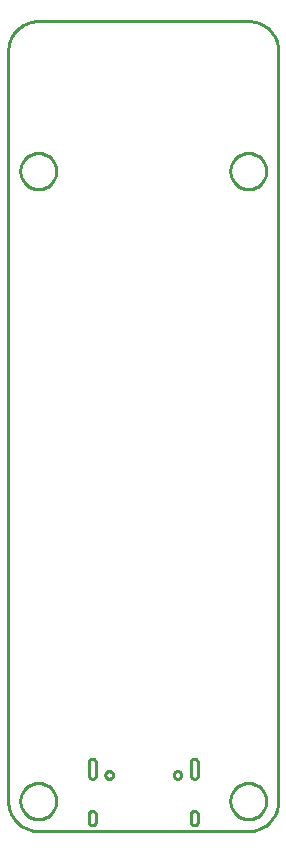
<source format=gko>
G04 EAGLE Gerber RS-274X export*
G75*
%MOMM*%
%FSLAX34Y34*%
%LPD*%
%IN*%
%IPPOS*%
%AMOC8*
5,1,8,0,0,1.08239X$1,22.5*%
G01*
%ADD10C,0.203200*%
%ADD11C,0.000000*%
%ADD12C,0.010000*%
%ADD13C,0.254000*%


D10*
X25400Y685800D02*
X24786Y685793D01*
X24173Y685770D01*
X23560Y685733D01*
X22949Y685681D01*
X22338Y685615D01*
X21730Y685533D01*
X21124Y685437D01*
X20520Y685327D01*
X19919Y685202D01*
X19321Y685062D01*
X18727Y684908D01*
X18137Y684739D01*
X17551Y684557D01*
X16970Y684360D01*
X16393Y684149D01*
X15822Y683925D01*
X15256Y683687D01*
X14696Y683435D01*
X14143Y683169D01*
X13596Y682891D01*
X13056Y682599D01*
X12523Y682294D01*
X11998Y681976D01*
X11480Y681646D01*
X10971Y681304D01*
X10470Y680949D01*
X9978Y680582D01*
X9495Y680204D01*
X9021Y679814D01*
X8557Y679412D01*
X8102Y679000D01*
X7658Y678576D01*
X7224Y678142D01*
X6800Y677698D01*
X6388Y677243D01*
X5986Y676779D01*
X5596Y676305D01*
X5218Y675822D01*
X4851Y675330D01*
X4496Y674829D01*
X4154Y674320D01*
X3824Y673802D01*
X3506Y673277D01*
X3201Y672744D01*
X2909Y672204D01*
X2631Y671657D01*
X2365Y671104D01*
X2113Y670544D01*
X1875Y669978D01*
X1651Y669407D01*
X1440Y668830D01*
X1243Y668249D01*
X1061Y667663D01*
X892Y667073D01*
X738Y666479D01*
X598Y665881D01*
X473Y665280D01*
X363Y664676D01*
X267Y664070D01*
X185Y663462D01*
X119Y662851D01*
X67Y662240D01*
X30Y661627D01*
X7Y661014D01*
X0Y660400D01*
X25400Y685800D02*
X203200Y685800D01*
X203814Y685793D01*
X204427Y685770D01*
X205040Y685733D01*
X205651Y685681D01*
X206262Y685615D01*
X206870Y685533D01*
X207476Y685437D01*
X208080Y685327D01*
X208681Y685202D01*
X209279Y685062D01*
X209873Y684908D01*
X210463Y684739D01*
X211049Y684557D01*
X211630Y684360D01*
X212207Y684149D01*
X212778Y683925D01*
X213344Y683687D01*
X213904Y683435D01*
X214457Y683169D01*
X215004Y682891D01*
X215544Y682599D01*
X216077Y682294D01*
X216602Y681976D01*
X217120Y681646D01*
X217629Y681304D01*
X218130Y680949D01*
X218622Y680582D01*
X219105Y680204D01*
X219579Y679814D01*
X220043Y679412D01*
X220498Y679000D01*
X220942Y678576D01*
X221376Y678142D01*
X221800Y677698D01*
X222212Y677243D01*
X222614Y676779D01*
X223004Y676305D01*
X223382Y675822D01*
X223749Y675330D01*
X224104Y674829D01*
X224446Y674320D01*
X224776Y673802D01*
X225094Y673277D01*
X225399Y672744D01*
X225691Y672204D01*
X225969Y671657D01*
X226235Y671104D01*
X226487Y670544D01*
X226725Y669978D01*
X226949Y669407D01*
X227160Y668830D01*
X227357Y668249D01*
X227539Y667663D01*
X227708Y667073D01*
X227862Y666479D01*
X228002Y665881D01*
X228127Y665280D01*
X228237Y664676D01*
X228333Y664070D01*
X228415Y663462D01*
X228481Y662851D01*
X228533Y662240D01*
X228570Y661627D01*
X228593Y661014D01*
X228600Y660400D01*
X228600Y25400D01*
X228593Y24786D01*
X228570Y24173D01*
X228533Y23560D01*
X228481Y22949D01*
X228415Y22338D01*
X228333Y21730D01*
X228237Y21124D01*
X228127Y20520D01*
X228002Y19919D01*
X227862Y19321D01*
X227708Y18727D01*
X227539Y18137D01*
X227357Y17551D01*
X227160Y16970D01*
X226949Y16393D01*
X226725Y15822D01*
X226487Y15256D01*
X226235Y14696D01*
X225969Y14143D01*
X225691Y13596D01*
X225399Y13056D01*
X225094Y12523D01*
X224776Y11998D01*
X224446Y11480D01*
X224104Y10971D01*
X223749Y10470D01*
X223382Y9978D01*
X223004Y9495D01*
X222614Y9021D01*
X222212Y8557D01*
X221800Y8102D01*
X221376Y7658D01*
X220942Y7224D01*
X220498Y6800D01*
X220043Y6388D01*
X219579Y5986D01*
X219105Y5596D01*
X218622Y5218D01*
X218130Y4851D01*
X217629Y4496D01*
X217120Y4154D01*
X216602Y3824D01*
X216077Y3506D01*
X215544Y3201D01*
X215004Y2909D01*
X214457Y2631D01*
X213904Y2365D01*
X213344Y2113D01*
X212778Y1875D01*
X212207Y1651D01*
X211630Y1440D01*
X211049Y1243D01*
X210463Y1061D01*
X209873Y892D01*
X209279Y738D01*
X208681Y598D01*
X208080Y473D01*
X207476Y363D01*
X206870Y267D01*
X206262Y185D01*
X205651Y119D01*
X205040Y67D01*
X204427Y30D01*
X203814Y7D01*
X203200Y0D01*
X25400Y0D01*
X24786Y7D01*
X24173Y30D01*
X23560Y67D01*
X22949Y119D01*
X22338Y185D01*
X21730Y267D01*
X21124Y363D01*
X20520Y473D01*
X19919Y598D01*
X19321Y738D01*
X18727Y892D01*
X18137Y1061D01*
X17551Y1243D01*
X16970Y1440D01*
X16393Y1651D01*
X15822Y1875D01*
X15256Y2113D01*
X14696Y2365D01*
X14143Y2631D01*
X13596Y2909D01*
X13056Y3201D01*
X12523Y3506D01*
X11998Y3824D01*
X11480Y4154D01*
X10971Y4496D01*
X10470Y4851D01*
X9978Y5218D01*
X9495Y5596D01*
X9021Y5986D01*
X8557Y6388D01*
X8102Y6800D01*
X7658Y7224D01*
X7224Y7658D01*
X6800Y8102D01*
X6388Y8557D01*
X5986Y9021D01*
X5596Y9495D01*
X5218Y9978D01*
X4851Y10470D01*
X4496Y10971D01*
X4154Y11480D01*
X3824Y11998D01*
X3506Y12523D01*
X3201Y13056D01*
X2909Y13596D01*
X2631Y14143D01*
X2365Y14696D01*
X2113Y15256D01*
X1875Y15822D01*
X1651Y16393D01*
X1440Y16970D01*
X1243Y17551D01*
X1061Y18137D01*
X892Y18727D01*
X738Y19321D01*
X598Y19919D01*
X473Y20520D01*
X363Y21124D01*
X267Y21730D01*
X185Y22338D01*
X119Y22949D01*
X67Y23560D01*
X30Y24173D01*
X7Y24786D01*
X0Y25400D01*
X0Y660400D01*
D11*
X82150Y47526D02*
X82152Y47639D01*
X82158Y47753D01*
X82168Y47866D01*
X82182Y47978D01*
X82199Y48090D01*
X82221Y48202D01*
X82247Y48312D01*
X82276Y48422D01*
X82309Y48530D01*
X82346Y48638D01*
X82387Y48743D01*
X82431Y48848D01*
X82479Y48951D01*
X82530Y49052D01*
X82585Y49151D01*
X82644Y49248D01*
X82706Y49343D01*
X82771Y49436D01*
X82839Y49527D01*
X82910Y49615D01*
X82985Y49701D01*
X83062Y49784D01*
X83142Y49864D01*
X83225Y49941D01*
X83311Y50016D01*
X83399Y50087D01*
X83490Y50155D01*
X83583Y50220D01*
X83678Y50282D01*
X83775Y50341D01*
X83874Y50396D01*
X83975Y50447D01*
X84078Y50495D01*
X84183Y50539D01*
X84288Y50580D01*
X84396Y50617D01*
X84504Y50650D01*
X84614Y50679D01*
X84724Y50705D01*
X84836Y50727D01*
X84948Y50744D01*
X85060Y50758D01*
X85173Y50768D01*
X85287Y50774D01*
X85400Y50776D01*
X85513Y50774D01*
X85627Y50768D01*
X85740Y50758D01*
X85852Y50744D01*
X85964Y50727D01*
X86076Y50705D01*
X86186Y50679D01*
X86296Y50650D01*
X86404Y50617D01*
X86512Y50580D01*
X86617Y50539D01*
X86722Y50495D01*
X86825Y50447D01*
X86926Y50396D01*
X87025Y50341D01*
X87122Y50282D01*
X87217Y50220D01*
X87310Y50155D01*
X87401Y50087D01*
X87489Y50016D01*
X87575Y49941D01*
X87658Y49864D01*
X87738Y49784D01*
X87815Y49701D01*
X87890Y49615D01*
X87961Y49527D01*
X88029Y49436D01*
X88094Y49343D01*
X88156Y49248D01*
X88215Y49151D01*
X88270Y49052D01*
X88321Y48951D01*
X88369Y48848D01*
X88413Y48743D01*
X88454Y48638D01*
X88491Y48530D01*
X88524Y48422D01*
X88553Y48312D01*
X88579Y48202D01*
X88601Y48090D01*
X88618Y47978D01*
X88632Y47866D01*
X88642Y47753D01*
X88648Y47639D01*
X88650Y47526D01*
X88648Y47413D01*
X88642Y47299D01*
X88632Y47186D01*
X88618Y47074D01*
X88601Y46962D01*
X88579Y46850D01*
X88553Y46740D01*
X88524Y46630D01*
X88491Y46522D01*
X88454Y46414D01*
X88413Y46309D01*
X88369Y46204D01*
X88321Y46101D01*
X88270Y46000D01*
X88215Y45901D01*
X88156Y45804D01*
X88094Y45709D01*
X88029Y45616D01*
X87961Y45525D01*
X87890Y45437D01*
X87815Y45351D01*
X87738Y45268D01*
X87658Y45188D01*
X87575Y45111D01*
X87489Y45036D01*
X87401Y44965D01*
X87310Y44897D01*
X87217Y44832D01*
X87122Y44770D01*
X87025Y44711D01*
X86926Y44656D01*
X86825Y44605D01*
X86722Y44557D01*
X86617Y44513D01*
X86512Y44472D01*
X86404Y44435D01*
X86296Y44402D01*
X86186Y44373D01*
X86076Y44347D01*
X85964Y44325D01*
X85852Y44308D01*
X85740Y44294D01*
X85627Y44284D01*
X85513Y44278D01*
X85400Y44276D01*
X85287Y44278D01*
X85173Y44284D01*
X85060Y44294D01*
X84948Y44308D01*
X84836Y44325D01*
X84724Y44347D01*
X84614Y44373D01*
X84504Y44402D01*
X84396Y44435D01*
X84288Y44472D01*
X84183Y44513D01*
X84078Y44557D01*
X83975Y44605D01*
X83874Y44656D01*
X83775Y44711D01*
X83678Y44770D01*
X83583Y44832D01*
X83490Y44897D01*
X83399Y44965D01*
X83311Y45036D01*
X83225Y45111D01*
X83142Y45188D01*
X83062Y45268D01*
X82985Y45351D01*
X82910Y45437D01*
X82839Y45525D01*
X82771Y45616D01*
X82706Y45709D01*
X82644Y45804D01*
X82585Y45901D01*
X82530Y46000D01*
X82479Y46101D01*
X82431Y46204D01*
X82387Y46309D01*
X82346Y46414D01*
X82309Y46522D01*
X82276Y46630D01*
X82247Y46740D01*
X82221Y46850D01*
X82199Y46962D01*
X82182Y47074D01*
X82168Y47186D01*
X82158Y47299D01*
X82152Y47413D01*
X82150Y47526D01*
X139950Y47526D02*
X139952Y47639D01*
X139958Y47753D01*
X139968Y47866D01*
X139982Y47978D01*
X139999Y48090D01*
X140021Y48202D01*
X140047Y48312D01*
X140076Y48422D01*
X140109Y48530D01*
X140146Y48638D01*
X140187Y48743D01*
X140231Y48848D01*
X140279Y48951D01*
X140330Y49052D01*
X140385Y49151D01*
X140444Y49248D01*
X140506Y49343D01*
X140571Y49436D01*
X140639Y49527D01*
X140710Y49615D01*
X140785Y49701D01*
X140862Y49784D01*
X140942Y49864D01*
X141025Y49941D01*
X141111Y50016D01*
X141199Y50087D01*
X141290Y50155D01*
X141383Y50220D01*
X141478Y50282D01*
X141575Y50341D01*
X141674Y50396D01*
X141775Y50447D01*
X141878Y50495D01*
X141983Y50539D01*
X142088Y50580D01*
X142196Y50617D01*
X142304Y50650D01*
X142414Y50679D01*
X142524Y50705D01*
X142636Y50727D01*
X142748Y50744D01*
X142860Y50758D01*
X142973Y50768D01*
X143087Y50774D01*
X143200Y50776D01*
X143313Y50774D01*
X143427Y50768D01*
X143540Y50758D01*
X143652Y50744D01*
X143764Y50727D01*
X143876Y50705D01*
X143986Y50679D01*
X144096Y50650D01*
X144204Y50617D01*
X144312Y50580D01*
X144417Y50539D01*
X144522Y50495D01*
X144625Y50447D01*
X144726Y50396D01*
X144825Y50341D01*
X144922Y50282D01*
X145017Y50220D01*
X145110Y50155D01*
X145201Y50087D01*
X145289Y50016D01*
X145375Y49941D01*
X145458Y49864D01*
X145538Y49784D01*
X145615Y49701D01*
X145690Y49615D01*
X145761Y49527D01*
X145829Y49436D01*
X145894Y49343D01*
X145956Y49248D01*
X146015Y49151D01*
X146070Y49052D01*
X146121Y48951D01*
X146169Y48848D01*
X146213Y48743D01*
X146254Y48638D01*
X146291Y48530D01*
X146324Y48422D01*
X146353Y48312D01*
X146379Y48202D01*
X146401Y48090D01*
X146418Y47978D01*
X146432Y47866D01*
X146442Y47753D01*
X146448Y47639D01*
X146450Y47526D01*
X146448Y47413D01*
X146442Y47299D01*
X146432Y47186D01*
X146418Y47074D01*
X146401Y46962D01*
X146379Y46850D01*
X146353Y46740D01*
X146324Y46630D01*
X146291Y46522D01*
X146254Y46414D01*
X146213Y46309D01*
X146169Y46204D01*
X146121Y46101D01*
X146070Y46000D01*
X146015Y45901D01*
X145956Y45804D01*
X145894Y45709D01*
X145829Y45616D01*
X145761Y45525D01*
X145690Y45437D01*
X145615Y45351D01*
X145538Y45268D01*
X145458Y45188D01*
X145375Y45111D01*
X145289Y45036D01*
X145201Y44965D01*
X145110Y44897D01*
X145017Y44832D01*
X144922Y44770D01*
X144825Y44711D01*
X144726Y44656D01*
X144625Y44605D01*
X144522Y44557D01*
X144417Y44513D01*
X144312Y44472D01*
X144204Y44435D01*
X144096Y44402D01*
X143986Y44373D01*
X143876Y44347D01*
X143764Y44325D01*
X143652Y44308D01*
X143540Y44294D01*
X143427Y44284D01*
X143313Y44278D01*
X143200Y44276D01*
X143087Y44278D01*
X142973Y44284D01*
X142860Y44294D01*
X142748Y44308D01*
X142636Y44325D01*
X142524Y44347D01*
X142414Y44373D01*
X142304Y44402D01*
X142196Y44435D01*
X142088Y44472D01*
X141983Y44513D01*
X141878Y44557D01*
X141775Y44605D01*
X141674Y44656D01*
X141575Y44711D01*
X141478Y44770D01*
X141383Y44832D01*
X141290Y44897D01*
X141199Y44965D01*
X141111Y45036D01*
X141025Y45111D01*
X140942Y45188D01*
X140862Y45268D01*
X140785Y45351D01*
X140710Y45437D01*
X140639Y45525D01*
X140571Y45616D01*
X140506Y45709D01*
X140444Y45804D01*
X140385Y45901D01*
X140330Y46000D01*
X140279Y46101D01*
X140231Y46204D01*
X140187Y46309D01*
X140146Y46414D01*
X140109Y46522D01*
X140076Y46630D01*
X140047Y46740D01*
X140021Y46850D01*
X139999Y46962D01*
X139982Y47074D01*
X139968Y47186D01*
X139958Y47299D01*
X139952Y47413D01*
X139950Y47526D01*
D12*
X68100Y14176D02*
X68100Y7976D01*
X74100Y7976D02*
X74100Y14176D01*
X74098Y14284D01*
X74092Y14392D01*
X74082Y14500D01*
X74069Y14608D01*
X74051Y14715D01*
X74030Y14821D01*
X74005Y14926D01*
X73976Y15031D01*
X73943Y15134D01*
X73907Y15236D01*
X73866Y15337D01*
X73823Y15436D01*
X73775Y15533D01*
X73725Y15629D01*
X73671Y15723D01*
X73613Y15814D01*
X73552Y15904D01*
X73488Y15992D01*
X73421Y16077D01*
X73351Y16159D01*
X73278Y16239D01*
X73202Y16316D01*
X73123Y16391D01*
X73042Y16462D01*
X72958Y16531D01*
X72872Y16597D01*
X72784Y16659D01*
X72693Y16718D01*
X72600Y16774D01*
X72505Y16827D01*
X72409Y16876D01*
X72310Y16921D01*
X72210Y16963D01*
X72109Y17001D01*
X72006Y17036D01*
X71903Y17067D01*
X71798Y17094D01*
X71692Y17117D01*
X71585Y17136D01*
X71478Y17152D01*
X71370Y17164D01*
X71262Y17172D01*
X71154Y17176D01*
X71046Y17176D01*
X70938Y17172D01*
X70830Y17164D01*
X70722Y17152D01*
X70615Y17136D01*
X70508Y17117D01*
X70402Y17094D01*
X70297Y17067D01*
X70194Y17036D01*
X70091Y17001D01*
X69990Y16963D01*
X69890Y16921D01*
X69791Y16876D01*
X69695Y16827D01*
X69600Y16774D01*
X69507Y16718D01*
X69416Y16659D01*
X69328Y16597D01*
X69242Y16531D01*
X69158Y16462D01*
X69077Y16391D01*
X68998Y16316D01*
X68922Y16239D01*
X68849Y16159D01*
X68779Y16077D01*
X68712Y15992D01*
X68648Y15904D01*
X68587Y15814D01*
X68529Y15723D01*
X68475Y15629D01*
X68425Y15533D01*
X68377Y15436D01*
X68334Y15337D01*
X68293Y15236D01*
X68257Y15134D01*
X68224Y15031D01*
X68195Y14926D01*
X68170Y14821D01*
X68149Y14715D01*
X68131Y14608D01*
X68118Y14500D01*
X68108Y14392D01*
X68102Y14284D01*
X68100Y14176D01*
X68100Y7976D02*
X68102Y7868D01*
X68108Y7760D01*
X68118Y7652D01*
X68131Y7544D01*
X68149Y7437D01*
X68170Y7331D01*
X68195Y7226D01*
X68224Y7121D01*
X68257Y7018D01*
X68293Y6916D01*
X68334Y6815D01*
X68377Y6716D01*
X68425Y6619D01*
X68475Y6523D01*
X68529Y6429D01*
X68587Y6338D01*
X68648Y6248D01*
X68712Y6160D01*
X68779Y6075D01*
X68849Y5993D01*
X68922Y5913D01*
X68998Y5836D01*
X69077Y5761D01*
X69158Y5690D01*
X69242Y5621D01*
X69328Y5555D01*
X69416Y5493D01*
X69507Y5434D01*
X69600Y5378D01*
X69695Y5325D01*
X69791Y5276D01*
X69890Y5231D01*
X69990Y5189D01*
X70091Y5151D01*
X70194Y5116D01*
X70297Y5085D01*
X70402Y5058D01*
X70508Y5035D01*
X70615Y5016D01*
X70722Y5000D01*
X70830Y4988D01*
X70938Y4980D01*
X71046Y4976D01*
X71154Y4976D01*
X71262Y4980D01*
X71370Y4988D01*
X71478Y5000D01*
X71585Y5016D01*
X71692Y5035D01*
X71798Y5058D01*
X71903Y5085D01*
X72006Y5116D01*
X72109Y5151D01*
X72210Y5189D01*
X72310Y5231D01*
X72409Y5276D01*
X72505Y5325D01*
X72600Y5378D01*
X72693Y5434D01*
X72784Y5493D01*
X72872Y5555D01*
X72958Y5621D01*
X73042Y5690D01*
X73123Y5761D01*
X73202Y5836D01*
X73278Y5913D01*
X73351Y5993D01*
X73421Y6075D01*
X73488Y6160D01*
X73552Y6248D01*
X73613Y6338D01*
X73671Y6429D01*
X73725Y6523D01*
X73775Y6619D01*
X73823Y6716D01*
X73866Y6815D01*
X73907Y6916D01*
X73943Y7018D01*
X73976Y7121D01*
X74005Y7226D01*
X74030Y7331D01*
X74051Y7437D01*
X74069Y7544D01*
X74082Y7652D01*
X74092Y7760D01*
X74098Y7868D01*
X74100Y7976D01*
X68100Y47326D02*
X68100Y58326D01*
X74100Y58326D02*
X74100Y47326D01*
X74098Y47218D01*
X74092Y47110D01*
X74082Y47002D01*
X74069Y46894D01*
X74051Y46787D01*
X74030Y46681D01*
X74005Y46576D01*
X73976Y46471D01*
X73943Y46368D01*
X73907Y46266D01*
X73866Y46165D01*
X73823Y46066D01*
X73775Y45969D01*
X73725Y45873D01*
X73671Y45779D01*
X73613Y45688D01*
X73552Y45598D01*
X73488Y45510D01*
X73421Y45425D01*
X73351Y45343D01*
X73278Y45263D01*
X73202Y45186D01*
X73123Y45111D01*
X73042Y45040D01*
X72958Y44971D01*
X72872Y44905D01*
X72784Y44843D01*
X72693Y44784D01*
X72600Y44728D01*
X72505Y44675D01*
X72409Y44626D01*
X72310Y44581D01*
X72210Y44539D01*
X72109Y44501D01*
X72006Y44466D01*
X71903Y44435D01*
X71798Y44408D01*
X71692Y44385D01*
X71585Y44366D01*
X71478Y44350D01*
X71370Y44338D01*
X71262Y44330D01*
X71154Y44326D01*
X71046Y44326D01*
X70938Y44330D01*
X70830Y44338D01*
X70722Y44350D01*
X70615Y44366D01*
X70508Y44385D01*
X70402Y44408D01*
X70297Y44435D01*
X70194Y44466D01*
X70091Y44501D01*
X69990Y44539D01*
X69890Y44581D01*
X69791Y44626D01*
X69695Y44675D01*
X69600Y44728D01*
X69507Y44784D01*
X69416Y44843D01*
X69328Y44905D01*
X69242Y44971D01*
X69158Y45040D01*
X69077Y45111D01*
X68998Y45186D01*
X68922Y45263D01*
X68849Y45343D01*
X68779Y45425D01*
X68712Y45510D01*
X68648Y45598D01*
X68587Y45688D01*
X68529Y45779D01*
X68475Y45873D01*
X68425Y45969D01*
X68377Y46066D01*
X68334Y46165D01*
X68293Y46266D01*
X68257Y46368D01*
X68224Y46471D01*
X68195Y46576D01*
X68170Y46681D01*
X68149Y46787D01*
X68131Y46894D01*
X68118Y47002D01*
X68108Y47110D01*
X68102Y47218D01*
X68100Y47326D01*
X68100Y58326D02*
X68102Y58434D01*
X68108Y58542D01*
X68118Y58650D01*
X68131Y58758D01*
X68149Y58865D01*
X68170Y58971D01*
X68195Y59076D01*
X68224Y59181D01*
X68257Y59284D01*
X68293Y59386D01*
X68334Y59487D01*
X68377Y59586D01*
X68425Y59683D01*
X68475Y59779D01*
X68529Y59873D01*
X68587Y59964D01*
X68648Y60054D01*
X68712Y60142D01*
X68779Y60227D01*
X68849Y60309D01*
X68922Y60389D01*
X68998Y60466D01*
X69077Y60541D01*
X69158Y60612D01*
X69242Y60681D01*
X69328Y60747D01*
X69416Y60809D01*
X69507Y60868D01*
X69600Y60924D01*
X69695Y60977D01*
X69791Y61026D01*
X69890Y61071D01*
X69990Y61113D01*
X70091Y61151D01*
X70194Y61186D01*
X70297Y61217D01*
X70402Y61244D01*
X70508Y61267D01*
X70615Y61286D01*
X70722Y61302D01*
X70830Y61314D01*
X70938Y61322D01*
X71046Y61326D01*
X71154Y61326D01*
X71262Y61322D01*
X71370Y61314D01*
X71478Y61302D01*
X71585Y61286D01*
X71692Y61267D01*
X71798Y61244D01*
X71903Y61217D01*
X72006Y61186D01*
X72109Y61151D01*
X72210Y61113D01*
X72310Y61071D01*
X72409Y61026D01*
X72505Y60977D01*
X72600Y60924D01*
X72693Y60868D01*
X72784Y60809D01*
X72872Y60747D01*
X72958Y60681D01*
X73042Y60612D01*
X73123Y60541D01*
X73202Y60466D01*
X73278Y60389D01*
X73351Y60309D01*
X73421Y60227D01*
X73488Y60142D01*
X73552Y60054D01*
X73613Y59964D01*
X73671Y59873D01*
X73725Y59779D01*
X73775Y59683D01*
X73823Y59586D01*
X73866Y59487D01*
X73907Y59386D01*
X73943Y59284D01*
X73976Y59181D01*
X74005Y59076D01*
X74030Y58971D01*
X74051Y58865D01*
X74069Y58758D01*
X74082Y58650D01*
X74092Y58542D01*
X74098Y58434D01*
X74100Y58326D01*
X154500Y14176D02*
X154500Y7976D01*
X160500Y7976D02*
X160500Y14176D01*
X160498Y14284D01*
X160492Y14392D01*
X160482Y14500D01*
X160469Y14608D01*
X160451Y14715D01*
X160430Y14821D01*
X160405Y14926D01*
X160376Y15031D01*
X160343Y15134D01*
X160307Y15236D01*
X160266Y15337D01*
X160223Y15436D01*
X160175Y15533D01*
X160125Y15629D01*
X160071Y15723D01*
X160013Y15814D01*
X159952Y15904D01*
X159888Y15992D01*
X159821Y16077D01*
X159751Y16159D01*
X159678Y16239D01*
X159602Y16316D01*
X159523Y16391D01*
X159442Y16462D01*
X159358Y16531D01*
X159272Y16597D01*
X159184Y16659D01*
X159093Y16718D01*
X159000Y16774D01*
X158905Y16827D01*
X158809Y16876D01*
X158710Y16921D01*
X158610Y16963D01*
X158509Y17001D01*
X158406Y17036D01*
X158303Y17067D01*
X158198Y17094D01*
X158092Y17117D01*
X157985Y17136D01*
X157878Y17152D01*
X157770Y17164D01*
X157662Y17172D01*
X157554Y17176D01*
X157446Y17176D01*
X157338Y17172D01*
X157230Y17164D01*
X157122Y17152D01*
X157015Y17136D01*
X156908Y17117D01*
X156802Y17094D01*
X156697Y17067D01*
X156594Y17036D01*
X156491Y17001D01*
X156390Y16963D01*
X156290Y16921D01*
X156191Y16876D01*
X156095Y16827D01*
X156000Y16774D01*
X155907Y16718D01*
X155816Y16659D01*
X155728Y16597D01*
X155642Y16531D01*
X155558Y16462D01*
X155477Y16391D01*
X155398Y16316D01*
X155322Y16239D01*
X155249Y16159D01*
X155179Y16077D01*
X155112Y15992D01*
X155048Y15904D01*
X154987Y15814D01*
X154929Y15723D01*
X154875Y15629D01*
X154825Y15533D01*
X154777Y15436D01*
X154734Y15337D01*
X154693Y15236D01*
X154657Y15134D01*
X154624Y15031D01*
X154595Y14926D01*
X154570Y14821D01*
X154549Y14715D01*
X154531Y14608D01*
X154518Y14500D01*
X154508Y14392D01*
X154502Y14284D01*
X154500Y14176D01*
X154500Y7976D02*
X154502Y7868D01*
X154508Y7760D01*
X154518Y7652D01*
X154531Y7544D01*
X154549Y7437D01*
X154570Y7331D01*
X154595Y7226D01*
X154624Y7121D01*
X154657Y7018D01*
X154693Y6916D01*
X154734Y6815D01*
X154777Y6716D01*
X154825Y6619D01*
X154875Y6523D01*
X154929Y6429D01*
X154987Y6338D01*
X155048Y6248D01*
X155112Y6160D01*
X155179Y6075D01*
X155249Y5993D01*
X155322Y5913D01*
X155398Y5836D01*
X155477Y5761D01*
X155558Y5690D01*
X155642Y5621D01*
X155728Y5555D01*
X155816Y5493D01*
X155907Y5434D01*
X156000Y5378D01*
X156095Y5325D01*
X156191Y5276D01*
X156290Y5231D01*
X156390Y5189D01*
X156491Y5151D01*
X156594Y5116D01*
X156697Y5085D01*
X156802Y5058D01*
X156908Y5035D01*
X157015Y5016D01*
X157122Y5000D01*
X157230Y4988D01*
X157338Y4980D01*
X157446Y4976D01*
X157554Y4976D01*
X157662Y4980D01*
X157770Y4988D01*
X157878Y5000D01*
X157985Y5016D01*
X158092Y5035D01*
X158198Y5058D01*
X158303Y5085D01*
X158406Y5116D01*
X158509Y5151D01*
X158610Y5189D01*
X158710Y5231D01*
X158809Y5276D01*
X158905Y5325D01*
X159000Y5378D01*
X159093Y5434D01*
X159184Y5493D01*
X159272Y5555D01*
X159358Y5621D01*
X159442Y5690D01*
X159523Y5761D01*
X159602Y5836D01*
X159678Y5913D01*
X159751Y5993D01*
X159821Y6075D01*
X159888Y6160D01*
X159952Y6248D01*
X160013Y6338D01*
X160071Y6429D01*
X160125Y6523D01*
X160175Y6619D01*
X160223Y6716D01*
X160266Y6815D01*
X160307Y6916D01*
X160343Y7018D01*
X160376Y7121D01*
X160405Y7226D01*
X160430Y7331D01*
X160451Y7437D01*
X160469Y7544D01*
X160482Y7652D01*
X160492Y7760D01*
X160498Y7868D01*
X160500Y7976D01*
X154500Y47326D02*
X154500Y58326D01*
X160500Y58326D02*
X160500Y47326D01*
X160498Y47218D01*
X160492Y47110D01*
X160482Y47002D01*
X160469Y46894D01*
X160451Y46787D01*
X160430Y46681D01*
X160405Y46576D01*
X160376Y46471D01*
X160343Y46368D01*
X160307Y46266D01*
X160266Y46165D01*
X160223Y46066D01*
X160175Y45969D01*
X160125Y45873D01*
X160071Y45779D01*
X160013Y45688D01*
X159952Y45598D01*
X159888Y45510D01*
X159821Y45425D01*
X159751Y45343D01*
X159678Y45263D01*
X159602Y45186D01*
X159523Y45111D01*
X159442Y45040D01*
X159358Y44971D01*
X159272Y44905D01*
X159184Y44843D01*
X159093Y44784D01*
X159000Y44728D01*
X158905Y44675D01*
X158809Y44626D01*
X158710Y44581D01*
X158610Y44539D01*
X158509Y44501D01*
X158406Y44466D01*
X158303Y44435D01*
X158198Y44408D01*
X158092Y44385D01*
X157985Y44366D01*
X157878Y44350D01*
X157770Y44338D01*
X157662Y44330D01*
X157554Y44326D01*
X157446Y44326D01*
X157338Y44330D01*
X157230Y44338D01*
X157122Y44350D01*
X157015Y44366D01*
X156908Y44385D01*
X156802Y44408D01*
X156697Y44435D01*
X156594Y44466D01*
X156491Y44501D01*
X156390Y44539D01*
X156290Y44581D01*
X156191Y44626D01*
X156095Y44675D01*
X156000Y44728D01*
X155907Y44784D01*
X155816Y44843D01*
X155728Y44905D01*
X155642Y44971D01*
X155558Y45040D01*
X155477Y45111D01*
X155398Y45186D01*
X155322Y45263D01*
X155249Y45343D01*
X155179Y45425D01*
X155112Y45510D01*
X155048Y45598D01*
X154987Y45688D01*
X154929Y45779D01*
X154875Y45873D01*
X154825Y45969D01*
X154777Y46066D01*
X154734Y46165D01*
X154693Y46266D01*
X154657Y46368D01*
X154624Y46471D01*
X154595Y46576D01*
X154570Y46681D01*
X154549Y46787D01*
X154531Y46894D01*
X154518Y47002D01*
X154508Y47110D01*
X154502Y47218D01*
X154500Y47326D01*
X154500Y58326D02*
X154502Y58434D01*
X154508Y58542D01*
X154518Y58650D01*
X154531Y58758D01*
X154549Y58865D01*
X154570Y58971D01*
X154595Y59076D01*
X154624Y59181D01*
X154657Y59284D01*
X154693Y59386D01*
X154734Y59487D01*
X154777Y59586D01*
X154825Y59683D01*
X154875Y59779D01*
X154929Y59873D01*
X154987Y59964D01*
X155048Y60054D01*
X155112Y60142D01*
X155179Y60227D01*
X155249Y60309D01*
X155322Y60389D01*
X155398Y60466D01*
X155477Y60541D01*
X155558Y60612D01*
X155642Y60681D01*
X155728Y60747D01*
X155816Y60809D01*
X155907Y60868D01*
X156000Y60924D01*
X156095Y60977D01*
X156191Y61026D01*
X156290Y61071D01*
X156390Y61113D01*
X156491Y61151D01*
X156594Y61186D01*
X156697Y61217D01*
X156802Y61244D01*
X156908Y61267D01*
X157015Y61286D01*
X157122Y61302D01*
X157230Y61314D01*
X157338Y61322D01*
X157446Y61326D01*
X157554Y61326D01*
X157662Y61322D01*
X157770Y61314D01*
X157878Y61302D01*
X157985Y61286D01*
X158092Y61267D01*
X158198Y61244D01*
X158303Y61217D01*
X158406Y61186D01*
X158509Y61151D01*
X158610Y61113D01*
X158710Y61071D01*
X158809Y61026D01*
X158905Y60977D01*
X159000Y60924D01*
X159093Y60868D01*
X159184Y60809D01*
X159272Y60747D01*
X159358Y60681D01*
X159442Y60612D01*
X159523Y60541D01*
X159602Y60466D01*
X159678Y60389D01*
X159751Y60309D01*
X159821Y60227D01*
X159888Y60142D01*
X159952Y60054D01*
X160013Y59964D01*
X160071Y59873D01*
X160125Y59779D01*
X160175Y59683D01*
X160223Y59586D01*
X160266Y59487D01*
X160307Y59386D01*
X160343Y59284D01*
X160376Y59181D01*
X160405Y59076D01*
X160430Y58971D01*
X160451Y58865D01*
X160469Y58758D01*
X160482Y58650D01*
X160492Y58542D01*
X160498Y58434D01*
X160500Y58326D01*
D11*
X10160Y25400D02*
X10165Y25774D01*
X10178Y26148D01*
X10201Y26521D01*
X10233Y26894D01*
X10275Y27266D01*
X10325Y27636D01*
X10384Y28005D01*
X10453Y28373D01*
X10530Y28739D01*
X10617Y29103D01*
X10712Y29465D01*
X10816Y29824D01*
X10929Y30181D01*
X11051Y30534D01*
X11181Y30885D01*
X11320Y31232D01*
X11467Y31576D01*
X11623Y31916D01*
X11787Y32252D01*
X11960Y32584D01*
X12140Y32912D01*
X12328Y33235D01*
X12524Y33553D01*
X12728Y33867D01*
X12940Y34175D01*
X13159Y34478D01*
X13386Y34776D01*
X13619Y35068D01*
X13860Y35354D01*
X14108Y35635D01*
X14362Y35909D01*
X14624Y36176D01*
X14891Y36438D01*
X15165Y36692D01*
X15446Y36940D01*
X15732Y37181D01*
X16024Y37414D01*
X16322Y37641D01*
X16625Y37860D01*
X16933Y38072D01*
X17247Y38276D01*
X17565Y38472D01*
X17888Y38660D01*
X18216Y38840D01*
X18548Y39013D01*
X18884Y39177D01*
X19224Y39333D01*
X19568Y39480D01*
X19915Y39619D01*
X20266Y39749D01*
X20619Y39871D01*
X20976Y39984D01*
X21335Y40088D01*
X21697Y40183D01*
X22061Y40270D01*
X22427Y40347D01*
X22795Y40416D01*
X23164Y40475D01*
X23534Y40525D01*
X23906Y40567D01*
X24279Y40599D01*
X24652Y40622D01*
X25026Y40635D01*
X25400Y40640D01*
X25774Y40635D01*
X26148Y40622D01*
X26521Y40599D01*
X26894Y40567D01*
X27266Y40525D01*
X27636Y40475D01*
X28005Y40416D01*
X28373Y40347D01*
X28739Y40270D01*
X29103Y40183D01*
X29465Y40088D01*
X29824Y39984D01*
X30181Y39871D01*
X30534Y39749D01*
X30885Y39619D01*
X31232Y39480D01*
X31576Y39333D01*
X31916Y39177D01*
X32252Y39013D01*
X32584Y38840D01*
X32912Y38660D01*
X33235Y38472D01*
X33553Y38276D01*
X33867Y38072D01*
X34175Y37860D01*
X34478Y37641D01*
X34776Y37414D01*
X35068Y37181D01*
X35354Y36940D01*
X35635Y36692D01*
X35909Y36438D01*
X36176Y36176D01*
X36438Y35909D01*
X36692Y35635D01*
X36940Y35354D01*
X37181Y35068D01*
X37414Y34776D01*
X37641Y34478D01*
X37860Y34175D01*
X38072Y33867D01*
X38276Y33553D01*
X38472Y33235D01*
X38660Y32912D01*
X38840Y32584D01*
X39013Y32252D01*
X39177Y31916D01*
X39333Y31576D01*
X39480Y31232D01*
X39619Y30885D01*
X39749Y30534D01*
X39871Y30181D01*
X39984Y29824D01*
X40088Y29465D01*
X40183Y29103D01*
X40270Y28739D01*
X40347Y28373D01*
X40416Y28005D01*
X40475Y27636D01*
X40525Y27266D01*
X40567Y26894D01*
X40599Y26521D01*
X40622Y26148D01*
X40635Y25774D01*
X40640Y25400D01*
X40635Y25026D01*
X40622Y24652D01*
X40599Y24279D01*
X40567Y23906D01*
X40525Y23534D01*
X40475Y23164D01*
X40416Y22795D01*
X40347Y22427D01*
X40270Y22061D01*
X40183Y21697D01*
X40088Y21335D01*
X39984Y20976D01*
X39871Y20619D01*
X39749Y20266D01*
X39619Y19915D01*
X39480Y19568D01*
X39333Y19224D01*
X39177Y18884D01*
X39013Y18548D01*
X38840Y18216D01*
X38660Y17888D01*
X38472Y17565D01*
X38276Y17247D01*
X38072Y16933D01*
X37860Y16625D01*
X37641Y16322D01*
X37414Y16024D01*
X37181Y15732D01*
X36940Y15446D01*
X36692Y15165D01*
X36438Y14891D01*
X36176Y14624D01*
X35909Y14362D01*
X35635Y14108D01*
X35354Y13860D01*
X35068Y13619D01*
X34776Y13386D01*
X34478Y13159D01*
X34175Y12940D01*
X33867Y12728D01*
X33553Y12524D01*
X33235Y12328D01*
X32912Y12140D01*
X32584Y11960D01*
X32252Y11787D01*
X31916Y11623D01*
X31576Y11467D01*
X31232Y11320D01*
X30885Y11181D01*
X30534Y11051D01*
X30181Y10929D01*
X29824Y10816D01*
X29465Y10712D01*
X29103Y10617D01*
X28739Y10530D01*
X28373Y10453D01*
X28005Y10384D01*
X27636Y10325D01*
X27266Y10275D01*
X26894Y10233D01*
X26521Y10201D01*
X26148Y10178D01*
X25774Y10165D01*
X25400Y10160D01*
X25026Y10165D01*
X24652Y10178D01*
X24279Y10201D01*
X23906Y10233D01*
X23534Y10275D01*
X23164Y10325D01*
X22795Y10384D01*
X22427Y10453D01*
X22061Y10530D01*
X21697Y10617D01*
X21335Y10712D01*
X20976Y10816D01*
X20619Y10929D01*
X20266Y11051D01*
X19915Y11181D01*
X19568Y11320D01*
X19224Y11467D01*
X18884Y11623D01*
X18548Y11787D01*
X18216Y11960D01*
X17888Y12140D01*
X17565Y12328D01*
X17247Y12524D01*
X16933Y12728D01*
X16625Y12940D01*
X16322Y13159D01*
X16024Y13386D01*
X15732Y13619D01*
X15446Y13860D01*
X15165Y14108D01*
X14891Y14362D01*
X14624Y14624D01*
X14362Y14891D01*
X14108Y15165D01*
X13860Y15446D01*
X13619Y15732D01*
X13386Y16024D01*
X13159Y16322D01*
X12940Y16625D01*
X12728Y16933D01*
X12524Y17247D01*
X12328Y17565D01*
X12140Y17888D01*
X11960Y18216D01*
X11787Y18548D01*
X11623Y18884D01*
X11467Y19224D01*
X11320Y19568D01*
X11181Y19915D01*
X11051Y20266D01*
X10929Y20619D01*
X10816Y20976D01*
X10712Y21335D01*
X10617Y21697D01*
X10530Y22061D01*
X10453Y22427D01*
X10384Y22795D01*
X10325Y23164D01*
X10275Y23534D01*
X10233Y23906D01*
X10201Y24279D01*
X10178Y24652D01*
X10165Y25026D01*
X10160Y25400D01*
X187960Y25400D02*
X187965Y25774D01*
X187978Y26148D01*
X188001Y26521D01*
X188033Y26894D01*
X188075Y27266D01*
X188125Y27636D01*
X188184Y28005D01*
X188253Y28373D01*
X188330Y28739D01*
X188417Y29103D01*
X188512Y29465D01*
X188616Y29824D01*
X188729Y30181D01*
X188851Y30534D01*
X188981Y30885D01*
X189120Y31232D01*
X189267Y31576D01*
X189423Y31916D01*
X189587Y32252D01*
X189760Y32584D01*
X189940Y32912D01*
X190128Y33235D01*
X190324Y33553D01*
X190528Y33867D01*
X190740Y34175D01*
X190959Y34478D01*
X191186Y34776D01*
X191419Y35068D01*
X191660Y35354D01*
X191908Y35635D01*
X192162Y35909D01*
X192424Y36176D01*
X192691Y36438D01*
X192965Y36692D01*
X193246Y36940D01*
X193532Y37181D01*
X193824Y37414D01*
X194122Y37641D01*
X194425Y37860D01*
X194733Y38072D01*
X195047Y38276D01*
X195365Y38472D01*
X195688Y38660D01*
X196016Y38840D01*
X196348Y39013D01*
X196684Y39177D01*
X197024Y39333D01*
X197368Y39480D01*
X197715Y39619D01*
X198066Y39749D01*
X198419Y39871D01*
X198776Y39984D01*
X199135Y40088D01*
X199497Y40183D01*
X199861Y40270D01*
X200227Y40347D01*
X200595Y40416D01*
X200964Y40475D01*
X201334Y40525D01*
X201706Y40567D01*
X202079Y40599D01*
X202452Y40622D01*
X202826Y40635D01*
X203200Y40640D01*
X203574Y40635D01*
X203948Y40622D01*
X204321Y40599D01*
X204694Y40567D01*
X205066Y40525D01*
X205436Y40475D01*
X205805Y40416D01*
X206173Y40347D01*
X206539Y40270D01*
X206903Y40183D01*
X207265Y40088D01*
X207624Y39984D01*
X207981Y39871D01*
X208334Y39749D01*
X208685Y39619D01*
X209032Y39480D01*
X209376Y39333D01*
X209716Y39177D01*
X210052Y39013D01*
X210384Y38840D01*
X210712Y38660D01*
X211035Y38472D01*
X211353Y38276D01*
X211667Y38072D01*
X211975Y37860D01*
X212278Y37641D01*
X212576Y37414D01*
X212868Y37181D01*
X213154Y36940D01*
X213435Y36692D01*
X213709Y36438D01*
X213976Y36176D01*
X214238Y35909D01*
X214492Y35635D01*
X214740Y35354D01*
X214981Y35068D01*
X215214Y34776D01*
X215441Y34478D01*
X215660Y34175D01*
X215872Y33867D01*
X216076Y33553D01*
X216272Y33235D01*
X216460Y32912D01*
X216640Y32584D01*
X216813Y32252D01*
X216977Y31916D01*
X217133Y31576D01*
X217280Y31232D01*
X217419Y30885D01*
X217549Y30534D01*
X217671Y30181D01*
X217784Y29824D01*
X217888Y29465D01*
X217983Y29103D01*
X218070Y28739D01*
X218147Y28373D01*
X218216Y28005D01*
X218275Y27636D01*
X218325Y27266D01*
X218367Y26894D01*
X218399Y26521D01*
X218422Y26148D01*
X218435Y25774D01*
X218440Y25400D01*
X218435Y25026D01*
X218422Y24652D01*
X218399Y24279D01*
X218367Y23906D01*
X218325Y23534D01*
X218275Y23164D01*
X218216Y22795D01*
X218147Y22427D01*
X218070Y22061D01*
X217983Y21697D01*
X217888Y21335D01*
X217784Y20976D01*
X217671Y20619D01*
X217549Y20266D01*
X217419Y19915D01*
X217280Y19568D01*
X217133Y19224D01*
X216977Y18884D01*
X216813Y18548D01*
X216640Y18216D01*
X216460Y17888D01*
X216272Y17565D01*
X216076Y17247D01*
X215872Y16933D01*
X215660Y16625D01*
X215441Y16322D01*
X215214Y16024D01*
X214981Y15732D01*
X214740Y15446D01*
X214492Y15165D01*
X214238Y14891D01*
X213976Y14624D01*
X213709Y14362D01*
X213435Y14108D01*
X213154Y13860D01*
X212868Y13619D01*
X212576Y13386D01*
X212278Y13159D01*
X211975Y12940D01*
X211667Y12728D01*
X211353Y12524D01*
X211035Y12328D01*
X210712Y12140D01*
X210384Y11960D01*
X210052Y11787D01*
X209716Y11623D01*
X209376Y11467D01*
X209032Y11320D01*
X208685Y11181D01*
X208334Y11051D01*
X207981Y10929D01*
X207624Y10816D01*
X207265Y10712D01*
X206903Y10617D01*
X206539Y10530D01*
X206173Y10453D01*
X205805Y10384D01*
X205436Y10325D01*
X205066Y10275D01*
X204694Y10233D01*
X204321Y10201D01*
X203948Y10178D01*
X203574Y10165D01*
X203200Y10160D01*
X202826Y10165D01*
X202452Y10178D01*
X202079Y10201D01*
X201706Y10233D01*
X201334Y10275D01*
X200964Y10325D01*
X200595Y10384D01*
X200227Y10453D01*
X199861Y10530D01*
X199497Y10617D01*
X199135Y10712D01*
X198776Y10816D01*
X198419Y10929D01*
X198066Y11051D01*
X197715Y11181D01*
X197368Y11320D01*
X197024Y11467D01*
X196684Y11623D01*
X196348Y11787D01*
X196016Y11960D01*
X195688Y12140D01*
X195365Y12328D01*
X195047Y12524D01*
X194733Y12728D01*
X194425Y12940D01*
X194122Y13159D01*
X193824Y13386D01*
X193532Y13619D01*
X193246Y13860D01*
X192965Y14108D01*
X192691Y14362D01*
X192424Y14624D01*
X192162Y14891D01*
X191908Y15165D01*
X191660Y15446D01*
X191419Y15732D01*
X191186Y16024D01*
X190959Y16322D01*
X190740Y16625D01*
X190528Y16933D01*
X190324Y17247D01*
X190128Y17565D01*
X189940Y17888D01*
X189760Y18216D01*
X189587Y18548D01*
X189423Y18884D01*
X189267Y19224D01*
X189120Y19568D01*
X188981Y19915D01*
X188851Y20266D01*
X188729Y20619D01*
X188616Y20976D01*
X188512Y21335D01*
X188417Y21697D01*
X188330Y22061D01*
X188253Y22427D01*
X188184Y22795D01*
X188125Y23164D01*
X188075Y23534D01*
X188033Y23906D01*
X188001Y24279D01*
X187978Y24652D01*
X187965Y25026D01*
X187960Y25400D01*
X10160Y558800D02*
X10165Y559174D01*
X10178Y559548D01*
X10201Y559921D01*
X10233Y560294D01*
X10275Y560666D01*
X10325Y561036D01*
X10384Y561405D01*
X10453Y561773D01*
X10530Y562139D01*
X10617Y562503D01*
X10712Y562865D01*
X10816Y563224D01*
X10929Y563581D01*
X11051Y563934D01*
X11181Y564285D01*
X11320Y564632D01*
X11467Y564976D01*
X11623Y565316D01*
X11787Y565652D01*
X11960Y565984D01*
X12140Y566312D01*
X12328Y566635D01*
X12524Y566953D01*
X12728Y567267D01*
X12940Y567575D01*
X13159Y567878D01*
X13386Y568176D01*
X13619Y568468D01*
X13860Y568754D01*
X14108Y569035D01*
X14362Y569309D01*
X14624Y569576D01*
X14891Y569838D01*
X15165Y570092D01*
X15446Y570340D01*
X15732Y570581D01*
X16024Y570814D01*
X16322Y571041D01*
X16625Y571260D01*
X16933Y571472D01*
X17247Y571676D01*
X17565Y571872D01*
X17888Y572060D01*
X18216Y572240D01*
X18548Y572413D01*
X18884Y572577D01*
X19224Y572733D01*
X19568Y572880D01*
X19915Y573019D01*
X20266Y573149D01*
X20619Y573271D01*
X20976Y573384D01*
X21335Y573488D01*
X21697Y573583D01*
X22061Y573670D01*
X22427Y573747D01*
X22795Y573816D01*
X23164Y573875D01*
X23534Y573925D01*
X23906Y573967D01*
X24279Y573999D01*
X24652Y574022D01*
X25026Y574035D01*
X25400Y574040D01*
X25774Y574035D01*
X26148Y574022D01*
X26521Y573999D01*
X26894Y573967D01*
X27266Y573925D01*
X27636Y573875D01*
X28005Y573816D01*
X28373Y573747D01*
X28739Y573670D01*
X29103Y573583D01*
X29465Y573488D01*
X29824Y573384D01*
X30181Y573271D01*
X30534Y573149D01*
X30885Y573019D01*
X31232Y572880D01*
X31576Y572733D01*
X31916Y572577D01*
X32252Y572413D01*
X32584Y572240D01*
X32912Y572060D01*
X33235Y571872D01*
X33553Y571676D01*
X33867Y571472D01*
X34175Y571260D01*
X34478Y571041D01*
X34776Y570814D01*
X35068Y570581D01*
X35354Y570340D01*
X35635Y570092D01*
X35909Y569838D01*
X36176Y569576D01*
X36438Y569309D01*
X36692Y569035D01*
X36940Y568754D01*
X37181Y568468D01*
X37414Y568176D01*
X37641Y567878D01*
X37860Y567575D01*
X38072Y567267D01*
X38276Y566953D01*
X38472Y566635D01*
X38660Y566312D01*
X38840Y565984D01*
X39013Y565652D01*
X39177Y565316D01*
X39333Y564976D01*
X39480Y564632D01*
X39619Y564285D01*
X39749Y563934D01*
X39871Y563581D01*
X39984Y563224D01*
X40088Y562865D01*
X40183Y562503D01*
X40270Y562139D01*
X40347Y561773D01*
X40416Y561405D01*
X40475Y561036D01*
X40525Y560666D01*
X40567Y560294D01*
X40599Y559921D01*
X40622Y559548D01*
X40635Y559174D01*
X40640Y558800D01*
X40635Y558426D01*
X40622Y558052D01*
X40599Y557679D01*
X40567Y557306D01*
X40525Y556934D01*
X40475Y556564D01*
X40416Y556195D01*
X40347Y555827D01*
X40270Y555461D01*
X40183Y555097D01*
X40088Y554735D01*
X39984Y554376D01*
X39871Y554019D01*
X39749Y553666D01*
X39619Y553315D01*
X39480Y552968D01*
X39333Y552624D01*
X39177Y552284D01*
X39013Y551948D01*
X38840Y551616D01*
X38660Y551288D01*
X38472Y550965D01*
X38276Y550647D01*
X38072Y550333D01*
X37860Y550025D01*
X37641Y549722D01*
X37414Y549424D01*
X37181Y549132D01*
X36940Y548846D01*
X36692Y548565D01*
X36438Y548291D01*
X36176Y548024D01*
X35909Y547762D01*
X35635Y547508D01*
X35354Y547260D01*
X35068Y547019D01*
X34776Y546786D01*
X34478Y546559D01*
X34175Y546340D01*
X33867Y546128D01*
X33553Y545924D01*
X33235Y545728D01*
X32912Y545540D01*
X32584Y545360D01*
X32252Y545187D01*
X31916Y545023D01*
X31576Y544867D01*
X31232Y544720D01*
X30885Y544581D01*
X30534Y544451D01*
X30181Y544329D01*
X29824Y544216D01*
X29465Y544112D01*
X29103Y544017D01*
X28739Y543930D01*
X28373Y543853D01*
X28005Y543784D01*
X27636Y543725D01*
X27266Y543675D01*
X26894Y543633D01*
X26521Y543601D01*
X26148Y543578D01*
X25774Y543565D01*
X25400Y543560D01*
X25026Y543565D01*
X24652Y543578D01*
X24279Y543601D01*
X23906Y543633D01*
X23534Y543675D01*
X23164Y543725D01*
X22795Y543784D01*
X22427Y543853D01*
X22061Y543930D01*
X21697Y544017D01*
X21335Y544112D01*
X20976Y544216D01*
X20619Y544329D01*
X20266Y544451D01*
X19915Y544581D01*
X19568Y544720D01*
X19224Y544867D01*
X18884Y545023D01*
X18548Y545187D01*
X18216Y545360D01*
X17888Y545540D01*
X17565Y545728D01*
X17247Y545924D01*
X16933Y546128D01*
X16625Y546340D01*
X16322Y546559D01*
X16024Y546786D01*
X15732Y547019D01*
X15446Y547260D01*
X15165Y547508D01*
X14891Y547762D01*
X14624Y548024D01*
X14362Y548291D01*
X14108Y548565D01*
X13860Y548846D01*
X13619Y549132D01*
X13386Y549424D01*
X13159Y549722D01*
X12940Y550025D01*
X12728Y550333D01*
X12524Y550647D01*
X12328Y550965D01*
X12140Y551288D01*
X11960Y551616D01*
X11787Y551948D01*
X11623Y552284D01*
X11467Y552624D01*
X11320Y552968D01*
X11181Y553315D01*
X11051Y553666D01*
X10929Y554019D01*
X10816Y554376D01*
X10712Y554735D01*
X10617Y555097D01*
X10530Y555461D01*
X10453Y555827D01*
X10384Y556195D01*
X10325Y556564D01*
X10275Y556934D01*
X10233Y557306D01*
X10201Y557679D01*
X10178Y558052D01*
X10165Y558426D01*
X10160Y558800D01*
X187960Y558800D02*
X187965Y559174D01*
X187978Y559548D01*
X188001Y559921D01*
X188033Y560294D01*
X188075Y560666D01*
X188125Y561036D01*
X188184Y561405D01*
X188253Y561773D01*
X188330Y562139D01*
X188417Y562503D01*
X188512Y562865D01*
X188616Y563224D01*
X188729Y563581D01*
X188851Y563934D01*
X188981Y564285D01*
X189120Y564632D01*
X189267Y564976D01*
X189423Y565316D01*
X189587Y565652D01*
X189760Y565984D01*
X189940Y566312D01*
X190128Y566635D01*
X190324Y566953D01*
X190528Y567267D01*
X190740Y567575D01*
X190959Y567878D01*
X191186Y568176D01*
X191419Y568468D01*
X191660Y568754D01*
X191908Y569035D01*
X192162Y569309D01*
X192424Y569576D01*
X192691Y569838D01*
X192965Y570092D01*
X193246Y570340D01*
X193532Y570581D01*
X193824Y570814D01*
X194122Y571041D01*
X194425Y571260D01*
X194733Y571472D01*
X195047Y571676D01*
X195365Y571872D01*
X195688Y572060D01*
X196016Y572240D01*
X196348Y572413D01*
X196684Y572577D01*
X197024Y572733D01*
X197368Y572880D01*
X197715Y573019D01*
X198066Y573149D01*
X198419Y573271D01*
X198776Y573384D01*
X199135Y573488D01*
X199497Y573583D01*
X199861Y573670D01*
X200227Y573747D01*
X200595Y573816D01*
X200964Y573875D01*
X201334Y573925D01*
X201706Y573967D01*
X202079Y573999D01*
X202452Y574022D01*
X202826Y574035D01*
X203200Y574040D01*
X203574Y574035D01*
X203948Y574022D01*
X204321Y573999D01*
X204694Y573967D01*
X205066Y573925D01*
X205436Y573875D01*
X205805Y573816D01*
X206173Y573747D01*
X206539Y573670D01*
X206903Y573583D01*
X207265Y573488D01*
X207624Y573384D01*
X207981Y573271D01*
X208334Y573149D01*
X208685Y573019D01*
X209032Y572880D01*
X209376Y572733D01*
X209716Y572577D01*
X210052Y572413D01*
X210384Y572240D01*
X210712Y572060D01*
X211035Y571872D01*
X211353Y571676D01*
X211667Y571472D01*
X211975Y571260D01*
X212278Y571041D01*
X212576Y570814D01*
X212868Y570581D01*
X213154Y570340D01*
X213435Y570092D01*
X213709Y569838D01*
X213976Y569576D01*
X214238Y569309D01*
X214492Y569035D01*
X214740Y568754D01*
X214981Y568468D01*
X215214Y568176D01*
X215441Y567878D01*
X215660Y567575D01*
X215872Y567267D01*
X216076Y566953D01*
X216272Y566635D01*
X216460Y566312D01*
X216640Y565984D01*
X216813Y565652D01*
X216977Y565316D01*
X217133Y564976D01*
X217280Y564632D01*
X217419Y564285D01*
X217549Y563934D01*
X217671Y563581D01*
X217784Y563224D01*
X217888Y562865D01*
X217983Y562503D01*
X218070Y562139D01*
X218147Y561773D01*
X218216Y561405D01*
X218275Y561036D01*
X218325Y560666D01*
X218367Y560294D01*
X218399Y559921D01*
X218422Y559548D01*
X218435Y559174D01*
X218440Y558800D01*
X218435Y558426D01*
X218422Y558052D01*
X218399Y557679D01*
X218367Y557306D01*
X218325Y556934D01*
X218275Y556564D01*
X218216Y556195D01*
X218147Y555827D01*
X218070Y555461D01*
X217983Y555097D01*
X217888Y554735D01*
X217784Y554376D01*
X217671Y554019D01*
X217549Y553666D01*
X217419Y553315D01*
X217280Y552968D01*
X217133Y552624D01*
X216977Y552284D01*
X216813Y551948D01*
X216640Y551616D01*
X216460Y551288D01*
X216272Y550965D01*
X216076Y550647D01*
X215872Y550333D01*
X215660Y550025D01*
X215441Y549722D01*
X215214Y549424D01*
X214981Y549132D01*
X214740Y548846D01*
X214492Y548565D01*
X214238Y548291D01*
X213976Y548024D01*
X213709Y547762D01*
X213435Y547508D01*
X213154Y547260D01*
X212868Y547019D01*
X212576Y546786D01*
X212278Y546559D01*
X211975Y546340D01*
X211667Y546128D01*
X211353Y545924D01*
X211035Y545728D01*
X210712Y545540D01*
X210384Y545360D01*
X210052Y545187D01*
X209716Y545023D01*
X209376Y544867D01*
X209032Y544720D01*
X208685Y544581D01*
X208334Y544451D01*
X207981Y544329D01*
X207624Y544216D01*
X207265Y544112D01*
X206903Y544017D01*
X206539Y543930D01*
X206173Y543853D01*
X205805Y543784D01*
X205436Y543725D01*
X205066Y543675D01*
X204694Y543633D01*
X204321Y543601D01*
X203948Y543578D01*
X203574Y543565D01*
X203200Y543560D01*
X202826Y543565D01*
X202452Y543578D01*
X202079Y543601D01*
X201706Y543633D01*
X201334Y543675D01*
X200964Y543725D01*
X200595Y543784D01*
X200227Y543853D01*
X199861Y543930D01*
X199497Y544017D01*
X199135Y544112D01*
X198776Y544216D01*
X198419Y544329D01*
X198066Y544451D01*
X197715Y544581D01*
X197368Y544720D01*
X197024Y544867D01*
X196684Y545023D01*
X196348Y545187D01*
X196016Y545360D01*
X195688Y545540D01*
X195365Y545728D01*
X195047Y545924D01*
X194733Y546128D01*
X194425Y546340D01*
X194122Y546559D01*
X193824Y546786D01*
X193532Y547019D01*
X193246Y547260D01*
X192965Y547508D01*
X192691Y547762D01*
X192424Y548024D01*
X192162Y548291D01*
X191908Y548565D01*
X191660Y548846D01*
X191419Y549132D01*
X191186Y549424D01*
X190959Y549722D01*
X190740Y550025D01*
X190528Y550333D01*
X190324Y550647D01*
X190128Y550965D01*
X189940Y551288D01*
X189760Y551616D01*
X189587Y551948D01*
X189423Y552284D01*
X189267Y552624D01*
X189120Y552968D01*
X188981Y553315D01*
X188851Y553666D01*
X188729Y554019D01*
X188616Y554376D01*
X188512Y554735D01*
X188417Y555097D01*
X188330Y555461D01*
X188253Y555827D01*
X188184Y556195D01*
X188125Y556564D01*
X188075Y556934D01*
X188033Y557306D01*
X188001Y557679D01*
X187978Y558052D01*
X187965Y558426D01*
X187960Y558800D01*
D13*
X0Y25400D02*
X97Y23186D01*
X386Y20989D01*
X865Y18826D01*
X1532Y16713D01*
X2380Y14666D01*
X3403Y12700D01*
X4594Y10831D01*
X5942Y9073D01*
X7440Y7440D01*
X9073Y5942D01*
X10831Y4594D01*
X12700Y3403D01*
X14666Y2380D01*
X16713Y1532D01*
X18826Y865D01*
X20989Y386D01*
X23186Y97D01*
X25400Y0D01*
X203200Y0D01*
X205414Y97D01*
X207611Y386D01*
X209774Y865D01*
X211887Y1532D01*
X213935Y2380D01*
X215900Y3403D01*
X217769Y4594D01*
X219527Y5942D01*
X221161Y7440D01*
X222658Y9073D01*
X224006Y10831D01*
X225197Y12700D01*
X226220Y14666D01*
X227068Y16713D01*
X227735Y18826D01*
X228214Y20989D01*
X228503Y23186D01*
X228600Y25400D01*
X228600Y660400D01*
X228503Y662614D01*
X228214Y664811D01*
X227735Y666974D01*
X227068Y669087D01*
X226220Y671135D01*
X225197Y673100D01*
X224006Y674969D01*
X222658Y676727D01*
X221161Y678361D01*
X219527Y679858D01*
X217769Y681206D01*
X215900Y682397D01*
X213935Y683420D01*
X211887Y684268D01*
X209774Y684935D01*
X207611Y685414D01*
X205414Y685703D01*
X203200Y685800D01*
X25400Y685800D01*
X23186Y685703D01*
X20989Y685414D01*
X18826Y684935D01*
X16713Y684268D01*
X14666Y683420D01*
X12700Y682397D01*
X10831Y681206D01*
X9073Y679858D01*
X7440Y678361D01*
X5942Y676727D01*
X4594Y674969D01*
X3403Y673100D01*
X2380Y671135D01*
X1532Y669087D01*
X865Y666974D01*
X386Y664811D01*
X97Y662614D01*
X0Y660400D01*
X0Y25400D01*
X154500Y47326D02*
X154511Y47065D01*
X154546Y46805D01*
X154602Y46550D01*
X154681Y46300D01*
X154781Y46058D01*
X154902Y45826D01*
X155043Y45605D01*
X155202Y45398D01*
X155379Y45205D01*
X155572Y45028D01*
X155779Y44869D01*
X156000Y44728D01*
X156232Y44607D01*
X156474Y44507D01*
X156724Y44428D01*
X156979Y44372D01*
X157239Y44337D01*
X157500Y44326D01*
X157761Y44337D01*
X158021Y44372D01*
X158276Y44428D01*
X158526Y44507D01*
X158768Y44607D01*
X159000Y44728D01*
X159221Y44869D01*
X159428Y45028D01*
X159621Y45205D01*
X159798Y45398D01*
X159957Y45605D01*
X160098Y45826D01*
X160219Y46058D01*
X160319Y46300D01*
X160398Y46550D01*
X160454Y46805D01*
X160489Y47065D01*
X160500Y47326D01*
X160500Y58326D01*
X160489Y58587D01*
X160454Y58847D01*
X160398Y59102D01*
X160319Y59352D01*
X160219Y59594D01*
X160098Y59826D01*
X159957Y60047D01*
X159798Y60254D01*
X159621Y60447D01*
X159428Y60624D01*
X159221Y60783D01*
X159000Y60924D01*
X158768Y61045D01*
X158526Y61145D01*
X158276Y61224D01*
X158021Y61280D01*
X157761Y61315D01*
X157500Y61326D01*
X157239Y61315D01*
X156979Y61280D01*
X156724Y61224D01*
X156474Y61145D01*
X156232Y61045D01*
X156000Y60924D01*
X155779Y60783D01*
X155572Y60624D01*
X155379Y60447D01*
X155202Y60254D01*
X155043Y60047D01*
X154902Y59826D01*
X154781Y59594D01*
X154681Y59352D01*
X154602Y59102D01*
X154546Y58847D01*
X154511Y58587D01*
X154500Y58326D01*
X154500Y47326D01*
X154500Y7976D02*
X154511Y7715D01*
X154546Y7455D01*
X154602Y7200D01*
X154681Y6950D01*
X154781Y6708D01*
X154902Y6476D01*
X155043Y6255D01*
X155202Y6048D01*
X155379Y5855D01*
X155572Y5678D01*
X155779Y5519D01*
X156000Y5378D01*
X156232Y5257D01*
X156474Y5157D01*
X156724Y5078D01*
X156979Y5022D01*
X157239Y4987D01*
X157500Y4976D01*
X157761Y4987D01*
X158021Y5022D01*
X158276Y5078D01*
X158526Y5157D01*
X158768Y5257D01*
X159000Y5378D01*
X159221Y5519D01*
X159428Y5678D01*
X159621Y5855D01*
X159798Y6048D01*
X159957Y6255D01*
X160098Y6476D01*
X160219Y6708D01*
X160319Y6950D01*
X160398Y7200D01*
X160454Y7455D01*
X160489Y7715D01*
X160500Y7976D01*
X160500Y14176D01*
X160489Y14437D01*
X160454Y14697D01*
X160398Y14952D01*
X160319Y15202D01*
X160219Y15444D01*
X160098Y15676D01*
X159957Y15897D01*
X159798Y16104D01*
X159621Y16297D01*
X159428Y16474D01*
X159221Y16633D01*
X159000Y16774D01*
X158768Y16895D01*
X158526Y16995D01*
X158276Y17074D01*
X158021Y17130D01*
X157761Y17165D01*
X157500Y17176D01*
X157239Y17165D01*
X156979Y17130D01*
X156724Y17074D01*
X156474Y16995D01*
X156232Y16895D01*
X156000Y16774D01*
X155779Y16633D01*
X155572Y16474D01*
X155379Y16297D01*
X155202Y16104D01*
X155043Y15897D01*
X154902Y15676D01*
X154781Y15444D01*
X154681Y15202D01*
X154602Y14952D01*
X154546Y14697D01*
X154511Y14437D01*
X154500Y14176D01*
X154500Y7976D01*
X68100Y7976D02*
X68111Y7715D01*
X68146Y7455D01*
X68202Y7200D01*
X68281Y6950D01*
X68381Y6708D01*
X68502Y6476D01*
X68643Y6255D01*
X68802Y6048D01*
X68979Y5855D01*
X69172Y5678D01*
X69379Y5519D01*
X69600Y5378D01*
X69832Y5257D01*
X70074Y5157D01*
X70324Y5078D01*
X70579Y5022D01*
X70839Y4987D01*
X71100Y4976D01*
X71361Y4987D01*
X71621Y5022D01*
X71876Y5078D01*
X72126Y5157D01*
X72368Y5257D01*
X72600Y5378D01*
X72821Y5519D01*
X73028Y5678D01*
X73221Y5855D01*
X73398Y6048D01*
X73557Y6255D01*
X73698Y6476D01*
X73819Y6708D01*
X73919Y6950D01*
X73998Y7200D01*
X74054Y7455D01*
X74089Y7715D01*
X74100Y7976D01*
X74100Y14176D01*
X74089Y14437D01*
X74054Y14697D01*
X73998Y14952D01*
X73919Y15202D01*
X73819Y15444D01*
X73698Y15676D01*
X73557Y15897D01*
X73398Y16104D01*
X73221Y16297D01*
X73028Y16474D01*
X72821Y16633D01*
X72600Y16774D01*
X72368Y16895D01*
X72126Y16995D01*
X71876Y17074D01*
X71621Y17130D01*
X71361Y17165D01*
X71100Y17176D01*
X70839Y17165D01*
X70579Y17130D01*
X70324Y17074D01*
X70074Y16995D01*
X69832Y16895D01*
X69600Y16774D01*
X69379Y16633D01*
X69172Y16474D01*
X68979Y16297D01*
X68802Y16104D01*
X68643Y15897D01*
X68502Y15676D01*
X68381Y15444D01*
X68281Y15202D01*
X68202Y14952D01*
X68146Y14697D01*
X68111Y14437D01*
X68100Y14176D01*
X68100Y7976D01*
X68100Y47326D02*
X68111Y47065D01*
X68146Y46805D01*
X68202Y46550D01*
X68281Y46300D01*
X68381Y46058D01*
X68502Y45826D01*
X68643Y45605D01*
X68802Y45398D01*
X68979Y45205D01*
X69172Y45028D01*
X69379Y44869D01*
X69600Y44728D01*
X69832Y44607D01*
X70074Y44507D01*
X70324Y44428D01*
X70579Y44372D01*
X70839Y44337D01*
X71100Y44326D01*
X71361Y44337D01*
X71621Y44372D01*
X71876Y44428D01*
X72126Y44507D01*
X72368Y44607D01*
X72600Y44728D01*
X72821Y44869D01*
X73028Y45028D01*
X73221Y45205D01*
X73398Y45398D01*
X73557Y45605D01*
X73698Y45826D01*
X73819Y46058D01*
X73919Y46300D01*
X73998Y46550D01*
X74054Y46805D01*
X74089Y47065D01*
X74100Y47326D01*
X74100Y58326D01*
X74089Y58587D01*
X74054Y58847D01*
X73998Y59102D01*
X73919Y59352D01*
X73819Y59594D01*
X73698Y59826D01*
X73557Y60047D01*
X73398Y60254D01*
X73221Y60447D01*
X73028Y60624D01*
X72821Y60783D01*
X72600Y60924D01*
X72368Y61045D01*
X72126Y61145D01*
X71876Y61224D01*
X71621Y61280D01*
X71361Y61315D01*
X71100Y61326D01*
X70839Y61315D01*
X70579Y61280D01*
X70324Y61224D01*
X70074Y61145D01*
X69832Y61045D01*
X69600Y60924D01*
X69379Y60783D01*
X69172Y60624D01*
X68979Y60447D01*
X68802Y60254D01*
X68643Y60047D01*
X68502Y59826D01*
X68381Y59594D01*
X68281Y59352D01*
X68202Y59102D01*
X68146Y58847D01*
X68111Y58587D01*
X68100Y58326D01*
X68100Y47326D01*
X88650Y47313D02*
X88594Y46891D01*
X88484Y46479D01*
X88321Y46085D01*
X88108Y45717D01*
X87849Y45379D01*
X87547Y45077D01*
X87209Y44818D01*
X86841Y44605D01*
X86447Y44442D01*
X86035Y44332D01*
X85613Y44276D01*
X85187Y44276D01*
X84765Y44332D01*
X84353Y44442D01*
X83959Y44605D01*
X83591Y44818D01*
X83253Y45077D01*
X82951Y45379D01*
X82692Y45717D01*
X82479Y46085D01*
X82316Y46479D01*
X82206Y46891D01*
X82150Y47313D01*
X82150Y47739D01*
X82206Y48161D01*
X82316Y48573D01*
X82479Y48967D01*
X82692Y49335D01*
X82951Y49673D01*
X83253Y49975D01*
X83591Y50234D01*
X83959Y50447D01*
X84353Y50610D01*
X84765Y50720D01*
X85187Y50776D01*
X85613Y50776D01*
X86035Y50720D01*
X86447Y50610D01*
X86841Y50447D01*
X87209Y50234D01*
X87547Y49975D01*
X87849Y49673D01*
X88108Y49335D01*
X88321Y48967D01*
X88484Y48573D01*
X88594Y48161D01*
X88650Y47739D01*
X88650Y47313D01*
X146450Y47313D02*
X146394Y46891D01*
X146284Y46479D01*
X146121Y46085D01*
X145908Y45717D01*
X145649Y45379D01*
X145347Y45077D01*
X145009Y44818D01*
X144641Y44605D01*
X144247Y44442D01*
X143835Y44332D01*
X143413Y44276D01*
X142987Y44276D01*
X142565Y44332D01*
X142153Y44442D01*
X141759Y44605D01*
X141391Y44818D01*
X141053Y45077D01*
X140751Y45379D01*
X140492Y45717D01*
X140279Y46085D01*
X140116Y46479D01*
X140006Y46891D01*
X139950Y47313D01*
X139950Y47739D01*
X140006Y48161D01*
X140116Y48573D01*
X140279Y48967D01*
X140492Y49335D01*
X140751Y49673D01*
X141053Y49975D01*
X141391Y50234D01*
X141759Y50447D01*
X142153Y50610D01*
X142565Y50720D01*
X142987Y50776D01*
X143413Y50776D01*
X143835Y50720D01*
X144247Y50610D01*
X144641Y50447D01*
X145009Y50234D01*
X145347Y49975D01*
X145649Y49673D01*
X145908Y49335D01*
X146121Y48967D01*
X146284Y48573D01*
X146394Y48161D01*
X146450Y47739D01*
X146450Y47313D01*
X40640Y24856D02*
X40562Y23770D01*
X40407Y22692D01*
X40176Y21629D01*
X39869Y20584D01*
X39489Y19564D01*
X39037Y18574D01*
X38515Y17619D01*
X37926Y16703D01*
X37274Y15831D01*
X36561Y15009D01*
X35791Y14239D01*
X34969Y13526D01*
X34097Y12874D01*
X33181Y12285D01*
X32226Y11763D01*
X31236Y11311D01*
X30216Y10931D01*
X29171Y10624D01*
X28108Y10393D01*
X27030Y10238D01*
X25944Y10160D01*
X24856Y10160D01*
X23770Y10238D01*
X22692Y10393D01*
X21629Y10624D01*
X20584Y10931D01*
X19564Y11311D01*
X18574Y11763D01*
X17619Y12285D01*
X16703Y12874D01*
X15831Y13526D01*
X15009Y14239D01*
X14239Y15009D01*
X13526Y15831D01*
X12874Y16703D01*
X12285Y17619D01*
X11763Y18574D01*
X11311Y19564D01*
X10931Y20584D01*
X10624Y21629D01*
X10393Y22692D01*
X10238Y23770D01*
X10160Y24856D01*
X10160Y25944D01*
X10238Y27030D01*
X10393Y28108D01*
X10624Y29171D01*
X10931Y30216D01*
X11311Y31236D01*
X11763Y32226D01*
X12285Y33181D01*
X12874Y34097D01*
X13526Y34969D01*
X14239Y35791D01*
X15009Y36561D01*
X15831Y37274D01*
X16703Y37926D01*
X17619Y38515D01*
X18574Y39037D01*
X19564Y39489D01*
X20584Y39869D01*
X21629Y40176D01*
X22692Y40407D01*
X23770Y40562D01*
X24856Y40640D01*
X25944Y40640D01*
X27030Y40562D01*
X28108Y40407D01*
X29171Y40176D01*
X30216Y39869D01*
X31236Y39489D01*
X32226Y39037D01*
X33181Y38515D01*
X34097Y37926D01*
X34969Y37274D01*
X35791Y36561D01*
X36561Y35791D01*
X37274Y34969D01*
X37926Y34097D01*
X38515Y33181D01*
X39037Y32226D01*
X39489Y31236D01*
X39869Y30216D01*
X40176Y29171D01*
X40407Y28108D01*
X40562Y27030D01*
X40640Y25944D01*
X40640Y24856D01*
X218440Y24856D02*
X218362Y23770D01*
X218207Y22692D01*
X217976Y21629D01*
X217669Y20584D01*
X217289Y19564D01*
X216837Y18574D01*
X216315Y17619D01*
X215726Y16703D01*
X215074Y15831D01*
X214361Y15009D01*
X213591Y14239D01*
X212769Y13526D01*
X211897Y12874D01*
X210981Y12285D01*
X210026Y11763D01*
X209036Y11311D01*
X208016Y10931D01*
X206971Y10624D01*
X205908Y10393D01*
X204830Y10238D01*
X203744Y10160D01*
X202656Y10160D01*
X201570Y10238D01*
X200492Y10393D01*
X199429Y10624D01*
X198384Y10931D01*
X197364Y11311D01*
X196374Y11763D01*
X195419Y12285D01*
X194503Y12874D01*
X193631Y13526D01*
X192809Y14239D01*
X192039Y15009D01*
X191326Y15831D01*
X190674Y16703D01*
X190085Y17619D01*
X189563Y18574D01*
X189111Y19564D01*
X188731Y20584D01*
X188424Y21629D01*
X188193Y22692D01*
X188038Y23770D01*
X187960Y24856D01*
X187960Y25944D01*
X188038Y27030D01*
X188193Y28108D01*
X188424Y29171D01*
X188731Y30216D01*
X189111Y31236D01*
X189563Y32226D01*
X190085Y33181D01*
X190674Y34097D01*
X191326Y34969D01*
X192039Y35791D01*
X192809Y36561D01*
X193631Y37274D01*
X194503Y37926D01*
X195419Y38515D01*
X196374Y39037D01*
X197364Y39489D01*
X198384Y39869D01*
X199429Y40176D01*
X200492Y40407D01*
X201570Y40562D01*
X202656Y40640D01*
X203744Y40640D01*
X204830Y40562D01*
X205908Y40407D01*
X206971Y40176D01*
X208016Y39869D01*
X209036Y39489D01*
X210026Y39037D01*
X210981Y38515D01*
X211897Y37926D01*
X212769Y37274D01*
X213591Y36561D01*
X214361Y35791D01*
X215074Y34969D01*
X215726Y34097D01*
X216315Y33181D01*
X216837Y32226D01*
X217289Y31236D01*
X217669Y30216D01*
X217976Y29171D01*
X218207Y28108D01*
X218362Y27030D01*
X218440Y25944D01*
X218440Y24856D01*
X40640Y558256D02*
X40562Y557170D01*
X40407Y556092D01*
X40176Y555029D01*
X39869Y553984D01*
X39489Y552964D01*
X39037Y551974D01*
X38515Y551019D01*
X37926Y550103D01*
X37274Y549231D01*
X36561Y548409D01*
X35791Y547639D01*
X34969Y546926D01*
X34097Y546274D01*
X33181Y545685D01*
X32226Y545163D01*
X31236Y544711D01*
X30216Y544331D01*
X29171Y544024D01*
X28108Y543793D01*
X27030Y543638D01*
X25944Y543560D01*
X24856Y543560D01*
X23770Y543638D01*
X22692Y543793D01*
X21629Y544024D01*
X20584Y544331D01*
X19564Y544711D01*
X18574Y545163D01*
X17619Y545685D01*
X16703Y546274D01*
X15831Y546926D01*
X15009Y547639D01*
X14239Y548409D01*
X13526Y549231D01*
X12874Y550103D01*
X12285Y551019D01*
X11763Y551974D01*
X11311Y552964D01*
X10931Y553984D01*
X10624Y555029D01*
X10393Y556092D01*
X10238Y557170D01*
X10160Y558256D01*
X10160Y559344D01*
X10238Y560430D01*
X10393Y561508D01*
X10624Y562571D01*
X10931Y563616D01*
X11311Y564636D01*
X11763Y565626D01*
X12285Y566581D01*
X12874Y567497D01*
X13526Y568369D01*
X14239Y569191D01*
X15009Y569961D01*
X15831Y570674D01*
X16703Y571326D01*
X17619Y571915D01*
X18574Y572437D01*
X19564Y572889D01*
X20584Y573269D01*
X21629Y573576D01*
X22692Y573807D01*
X23770Y573962D01*
X24856Y574040D01*
X25944Y574040D01*
X27030Y573962D01*
X28108Y573807D01*
X29171Y573576D01*
X30216Y573269D01*
X31236Y572889D01*
X32226Y572437D01*
X33181Y571915D01*
X34097Y571326D01*
X34969Y570674D01*
X35791Y569961D01*
X36561Y569191D01*
X37274Y568369D01*
X37926Y567497D01*
X38515Y566581D01*
X39037Y565626D01*
X39489Y564636D01*
X39869Y563616D01*
X40176Y562571D01*
X40407Y561508D01*
X40562Y560430D01*
X40640Y559344D01*
X40640Y558256D01*
X218440Y558256D02*
X218362Y557170D01*
X218207Y556092D01*
X217976Y555029D01*
X217669Y553984D01*
X217289Y552964D01*
X216837Y551974D01*
X216315Y551019D01*
X215726Y550103D01*
X215074Y549231D01*
X214361Y548409D01*
X213591Y547639D01*
X212769Y546926D01*
X211897Y546274D01*
X210981Y545685D01*
X210026Y545163D01*
X209036Y544711D01*
X208016Y544331D01*
X206971Y544024D01*
X205908Y543793D01*
X204830Y543638D01*
X203744Y543560D01*
X202656Y543560D01*
X201570Y543638D01*
X200492Y543793D01*
X199429Y544024D01*
X198384Y544331D01*
X197364Y544711D01*
X196374Y545163D01*
X195419Y545685D01*
X194503Y546274D01*
X193631Y546926D01*
X192809Y547639D01*
X192039Y548409D01*
X191326Y549231D01*
X190674Y550103D01*
X190085Y551019D01*
X189563Y551974D01*
X189111Y552964D01*
X188731Y553984D01*
X188424Y555029D01*
X188193Y556092D01*
X188038Y557170D01*
X187960Y558256D01*
X187960Y559344D01*
X188038Y560430D01*
X188193Y561508D01*
X188424Y562571D01*
X188731Y563616D01*
X189111Y564636D01*
X189563Y565626D01*
X190085Y566581D01*
X190674Y567497D01*
X191326Y568369D01*
X192039Y569191D01*
X192809Y569961D01*
X193631Y570674D01*
X194503Y571326D01*
X195419Y571915D01*
X196374Y572437D01*
X197364Y572889D01*
X198384Y573269D01*
X199429Y573576D01*
X200492Y573807D01*
X201570Y573962D01*
X202656Y574040D01*
X203744Y574040D01*
X204830Y573962D01*
X205908Y573807D01*
X206971Y573576D01*
X208016Y573269D01*
X209036Y572889D01*
X210026Y572437D01*
X210981Y571915D01*
X211897Y571326D01*
X212769Y570674D01*
X213591Y569961D01*
X214361Y569191D01*
X215074Y568369D01*
X215726Y567497D01*
X216315Y566581D01*
X216837Y565626D01*
X217289Y564636D01*
X217669Y563616D01*
X217976Y562571D01*
X218207Y561508D01*
X218362Y560430D01*
X218440Y559344D01*
X218440Y558256D01*
M02*

</source>
